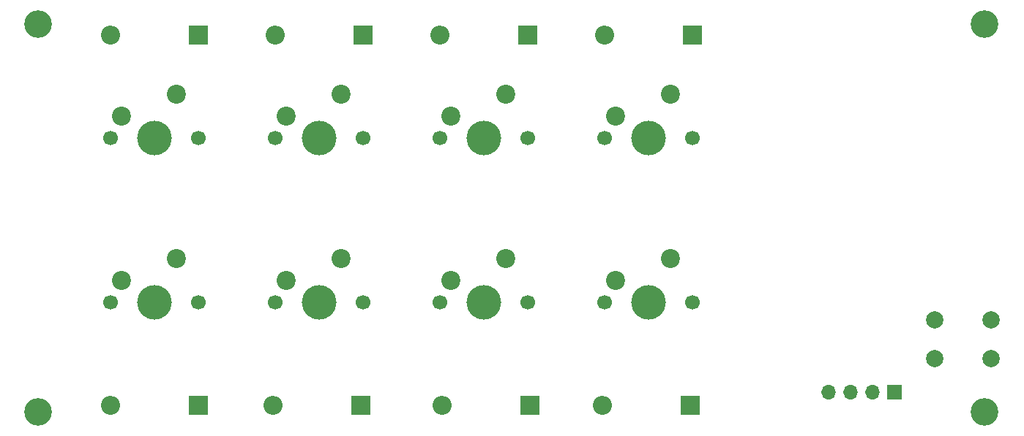
<source format=gbr>
%TF.GenerationSoftware,KiCad,Pcbnew,8.0.5*%
%TF.CreationDate,2024-10-03T21:29:06+02:00*%
%TF.ProjectId,knowabunga-macro,6b6e6f77-6162-4756-9e67-612d6d616372,rev?*%
%TF.SameCoordinates,Original*%
%TF.FileFunction,Soldermask,Top*%
%TF.FilePolarity,Negative*%
%FSLAX46Y46*%
G04 Gerber Fmt 4.6, Leading zero omitted, Abs format (unit mm)*
G04 Created by KiCad (PCBNEW 8.0.5) date 2024-10-03 21:29:06*
%MOMM*%
%LPD*%
G01*
G04 APERTURE LIST*
%ADD10C,2.000000*%
%ADD11R,1.700000X1.700000*%
%ADD12O,1.700000X1.700000*%
%ADD13C,3.200000*%
%ADD14C,1.700000*%
%ADD15C,4.000000*%
%ADD16C,2.200000*%
%ADD17R,2.200000X2.200000*%
%ADD18O,2.200000X2.200000*%
G04 APERTURE END LIST*
D10*
%TO.C,RST*%
X174700000Y-85816000D03*
X168200000Y-85816000D03*
X174700000Y-81316000D03*
X168200000Y-81316000D03*
%TD*%
D11*
%TO.C,J1*%
X163576000Y-89662000D03*
D12*
X161036000Y-89662000D03*
X158496000Y-89662000D03*
X155956000Y-89662000D03*
%TD*%
D13*
%TO.C,H4*%
X64516000Y-46990000D03*
%TD*%
%TO.C,H3*%
X64516000Y-91948000D03*
%TD*%
%TO.C,H2*%
X173990000Y-46990000D03*
%TD*%
%TO.C,H1*%
X173990000Y-91948000D03*
%TD*%
D14*
%TO.C,SW8*%
X130048000Y-79248000D03*
D15*
X135128000Y-79248000D03*
D14*
X140208000Y-79248000D03*
D16*
X137668000Y-74168000D03*
X131318000Y-76708000D03*
%TD*%
D14*
%TO.C,SW7*%
X130048000Y-60198000D03*
D15*
X135128000Y-60198000D03*
D14*
X140208000Y-60198000D03*
D16*
X137668000Y-55118000D03*
X131318000Y-57658000D03*
%TD*%
D14*
%TO.C,SW6*%
X110998000Y-79248000D03*
D15*
X116078000Y-79248000D03*
D14*
X121158000Y-79248000D03*
D16*
X118618000Y-74168000D03*
X112268000Y-76708000D03*
%TD*%
D14*
%TO.C,SW5*%
X110998000Y-60198000D03*
D15*
X116078000Y-60198000D03*
D14*
X121158000Y-60198000D03*
D16*
X118618000Y-55118000D03*
X112268000Y-57658000D03*
%TD*%
D14*
%TO.C,SW4*%
X91948000Y-79248000D03*
D15*
X97028000Y-79248000D03*
D14*
X102108000Y-79248000D03*
D16*
X99568000Y-74168000D03*
X93218000Y-76708000D03*
%TD*%
D14*
%TO.C,SW3*%
X91948000Y-60198000D03*
D15*
X97028000Y-60198000D03*
D14*
X102108000Y-60198000D03*
D16*
X99568000Y-55118000D03*
X93218000Y-57658000D03*
%TD*%
D14*
%TO.C,SW2*%
X72898000Y-79248000D03*
D15*
X77978000Y-79248000D03*
D14*
X83058000Y-79248000D03*
D16*
X80518000Y-74168000D03*
X74168000Y-76708000D03*
%TD*%
D14*
%TO.C,SW1*%
X72898000Y-60198000D03*
D15*
X77978000Y-60198000D03*
D14*
X83058000Y-60198000D03*
D16*
X80518000Y-55118000D03*
X74168000Y-57658000D03*
%TD*%
D17*
%TO.C,D8*%
X139954000Y-91186000D03*
D18*
X129794000Y-91186000D03*
%TD*%
D17*
%TO.C,D7*%
X140208000Y-48260000D03*
D18*
X130048000Y-48260000D03*
%TD*%
D17*
%TO.C,D6*%
X121412000Y-91186000D03*
D18*
X111252000Y-91186000D03*
%TD*%
D17*
%TO.C,D5*%
X121158000Y-48260000D03*
D18*
X110998000Y-48260000D03*
%TD*%
D17*
%TO.C,D4*%
X101854000Y-91186000D03*
D18*
X91694000Y-91186000D03*
%TD*%
D17*
%TO.C,D3*%
X102108000Y-48260000D03*
D18*
X91948000Y-48260000D03*
%TD*%
D17*
%TO.C,D2*%
X83058000Y-91186000D03*
D18*
X72898000Y-91186000D03*
%TD*%
D17*
%TO.C,D1*%
X83058000Y-48260000D03*
D18*
X72898000Y-48260000D03*
%TD*%
M02*

</source>
